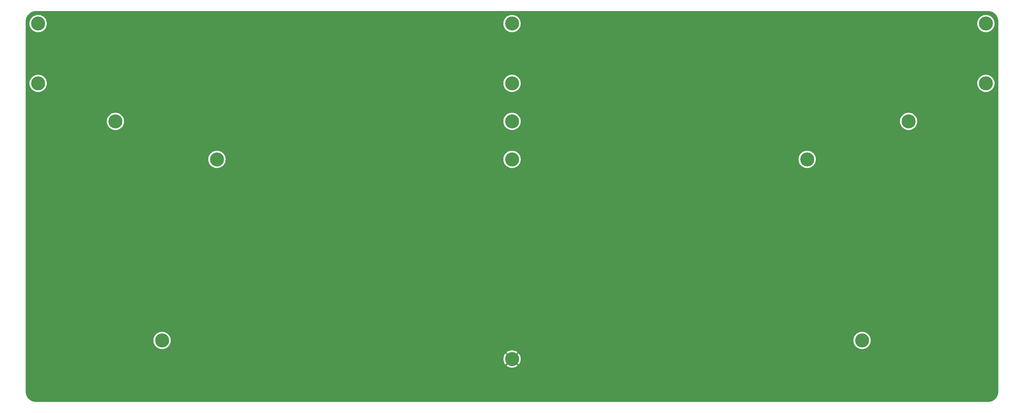
<source format=gbr>
%TF.GenerationSoftware,KiCad,Pcbnew,8.0.2*%
%TF.CreationDate,2025-01-03T00:09:21-05:00*%
%TF.ProjectId,discipline-pcb,64697363-6970-46c6-996e-652d7063622e,rev?*%
%TF.SameCoordinates,Original*%
%TF.FileFunction,Copper,L1,Top*%
%TF.FilePolarity,Positive*%
%FSLAX46Y46*%
G04 Gerber Fmt 4.6, Leading zero omitted, Abs format (unit mm)*
G04 Created by KiCad (PCBNEW 8.0.2) date 2025-01-03 00:09:21*
%MOMM*%
%LPD*%
G01*
G04 APERTURE LIST*
%TA.AperFunction,ComponentPad*%
%ADD10C,4.400000*%
%TD*%
%TA.AperFunction,ViaPad*%
%ADD11C,0.800000*%
%TD*%
G04 APERTURE END LIST*
D10*
X57766382Y-80444750D03*
X57766382Y-61694750D03*
X354660309Y-61694750D03*
X354660309Y-80444750D03*
X96565888Y-161146960D03*
X315860803Y-161146960D03*
X113754723Y-104302994D03*
X298671968Y-104302994D03*
X206213345Y-104302994D03*
X206213345Y-80444750D03*
X206213345Y-61694750D03*
X206213345Y-166958110D03*
X330453369Y-92373872D03*
X81973322Y-92373872D03*
X206213345Y-92373872D03*
D11*
X113753900Y-119024400D03*
%TA.AperFunction,Conductor*%
G36*
X355356552Y-57770422D02*
G01*
X355684447Y-57787602D01*
X355697558Y-57788979D01*
X355697769Y-57789013D01*
X356018614Y-57839826D01*
X356031516Y-57842568D01*
X356345492Y-57926693D01*
X356358024Y-57930765D01*
X356496205Y-57983806D01*
X356661498Y-58047254D01*
X356673547Y-58052619D01*
X356963167Y-58200184D01*
X356974588Y-58206778D01*
X357247202Y-58383812D01*
X357257855Y-58391550D01*
X357510482Y-58596121D01*
X357520283Y-58604946D01*
X357750128Y-58834788D01*
X357758953Y-58844589D01*
X357963515Y-59097200D01*
X357971267Y-59107870D01*
X358148300Y-59380474D01*
X358154895Y-59391896D01*
X358302467Y-59681521D01*
X358307831Y-59693570D01*
X358424318Y-59997028D01*
X358428394Y-60009571D01*
X358512523Y-60323545D01*
X358515265Y-60336445D01*
X358566115Y-60657499D01*
X358567493Y-60670616D01*
X358584636Y-60997724D01*
X358584809Y-61004318D01*
X358584809Y-177191869D01*
X358584636Y-177198462D01*
X358567455Y-177526352D01*
X358566077Y-177539469D01*
X358515230Y-177860521D01*
X358512488Y-177873421D01*
X358428361Y-178187398D01*
X358424285Y-178199942D01*
X358307804Y-178503391D01*
X358302440Y-178515439D01*
X358154873Y-178805058D01*
X358148279Y-178816480D01*
X357971241Y-179089096D01*
X357963488Y-179099766D01*
X357758937Y-179352366D01*
X357750112Y-179362168D01*
X357520266Y-179592013D01*
X357510465Y-179600838D01*
X357257852Y-179805399D01*
X357247182Y-179813151D01*
X356974573Y-179990184D01*
X356963151Y-179996778D01*
X356673538Y-180144340D01*
X356661489Y-180149705D01*
X356358022Y-180266191D01*
X356345479Y-180270266D01*
X356031510Y-180354391D01*
X356018609Y-180357133D01*
X355697560Y-180407978D01*
X355684444Y-180409356D01*
X355356360Y-180426546D01*
X355349767Y-180426719D01*
X57120737Y-180426719D01*
X57120477Y-180426678D01*
X57079663Y-180426715D01*
X57073070Y-180426548D01*
X56745164Y-180409664D01*
X56732046Y-180408298D01*
X56410942Y-180357742D01*
X56398039Y-180355011D01*
X56083997Y-180271172D01*
X56071450Y-180267108D01*
X55767886Y-180150899D01*
X55755837Y-180145548D01*
X55678695Y-180106330D01*
X55466078Y-179998241D01*
X55454650Y-179991657D01*
X55181878Y-179814870D01*
X55171201Y-179807127D01*
X54918413Y-179602803D01*
X54908604Y-179593987D01*
X54678549Y-179364350D01*
X54669719Y-179354563D01*
X54464917Y-179102121D01*
X54457173Y-179091482D01*
X54279874Y-178819004D01*
X54273280Y-178807606D01*
X54235142Y-178732923D01*
X54125442Y-178518105D01*
X54120083Y-178506100D01*
X54003306Y-178202702D01*
X53999227Y-178190183D01*
X53914813Y-177876273D01*
X53912065Y-177863403D01*
X53860925Y-177542379D01*
X53859536Y-177529268D01*
X53842061Y-177201448D01*
X53841882Y-177194741D01*
X53841882Y-166958108D01*
X203500395Y-166958108D01*
X203500395Y-166958111D01*
X203520174Y-167285117D01*
X203520175Y-167285120D01*
X203579225Y-167607348D01*
X203579227Y-167607357D01*
X203676693Y-167920134D01*
X203811148Y-168218882D01*
X203980627Y-168499235D01*
X203980630Y-168499240D01*
X204126637Y-168685605D01*
X204126638Y-168685606D01*
X205274673Y-167537570D01*
X205374312Y-167674712D01*
X205496743Y-167797143D01*
X205633883Y-167896780D01*
X204485847Y-169044815D01*
X204485848Y-169044816D01*
X204672214Y-169190824D01*
X204672219Y-169190827D01*
X204952572Y-169360306D01*
X205251320Y-169494761D01*
X205564097Y-169592227D01*
X205564106Y-169592229D01*
X205886334Y-169651279D01*
X205886337Y-169651280D01*
X206213344Y-169671060D01*
X206213346Y-169671060D01*
X206540352Y-169651280D01*
X206540355Y-169651279D01*
X206862583Y-169592229D01*
X206862592Y-169592227D01*
X207175369Y-169494761D01*
X207474117Y-169360306D01*
X207754472Y-169190826D01*
X207940840Y-169044815D01*
X207940841Y-169044815D01*
X206792806Y-167896780D01*
X206929947Y-167797143D01*
X207052378Y-167674712D01*
X207152015Y-167537571D01*
X208300050Y-168685606D01*
X208300050Y-168685605D01*
X208446061Y-168499237D01*
X208615541Y-168218882D01*
X208749996Y-167920134D01*
X208847462Y-167607357D01*
X208847464Y-167607348D01*
X208906514Y-167285120D01*
X208906515Y-167285117D01*
X208926295Y-166958111D01*
X208926295Y-166958108D01*
X208906515Y-166631102D01*
X208906514Y-166631099D01*
X208847464Y-166308871D01*
X208847462Y-166308862D01*
X208749996Y-165996085D01*
X208615541Y-165697337D01*
X208446062Y-165416984D01*
X208446059Y-165416979D01*
X208300051Y-165230613D01*
X208300050Y-165230612D01*
X207152014Y-166378647D01*
X207052378Y-166241508D01*
X206929947Y-166119077D01*
X206792806Y-166019439D01*
X207940841Y-164871403D01*
X207940840Y-164871402D01*
X207754475Y-164725395D01*
X207754470Y-164725392D01*
X207474117Y-164555913D01*
X207175369Y-164421458D01*
X206862592Y-164323992D01*
X206862583Y-164323990D01*
X206540355Y-164264940D01*
X206540352Y-164264939D01*
X206213346Y-164245160D01*
X206213344Y-164245160D01*
X205886337Y-164264939D01*
X205886334Y-164264940D01*
X205564106Y-164323990D01*
X205564097Y-164323992D01*
X205251320Y-164421458D01*
X204952572Y-164555913D01*
X204672222Y-164725390D01*
X204485847Y-164871403D01*
X205633883Y-166019439D01*
X205496743Y-166119077D01*
X205374312Y-166241508D01*
X205274674Y-166378648D01*
X204126638Y-165230612D01*
X203980625Y-165416987D01*
X203811148Y-165697337D01*
X203676693Y-165996085D01*
X203579227Y-166308862D01*
X203579225Y-166308871D01*
X203520175Y-166631099D01*
X203520174Y-166631102D01*
X203500395Y-166958108D01*
X53841882Y-166958108D01*
X53841882Y-161146958D01*
X93852437Y-161146958D01*
X93852437Y-161146961D01*
X93872220Y-161474027D01*
X93872221Y-161474030D01*
X93931284Y-161796330D01*
X94028768Y-162109167D01*
X94163244Y-162407963D01*
X94332759Y-162688372D01*
X94534842Y-162946312D01*
X94534847Y-162946318D01*
X94766529Y-163178000D01*
X94766535Y-163178005D01*
X94766537Y-163178007D01*
X95024472Y-163380086D01*
X95024475Y-163380088D01*
X95304884Y-163549603D01*
X95603680Y-163684079D01*
X95603681Y-163684079D01*
X95603685Y-163684081D01*
X95916517Y-163781563D01*
X96238818Y-163840627D01*
X96456864Y-163853816D01*
X96565887Y-163860411D01*
X96565888Y-163860411D01*
X96565889Y-163860411D01*
X96647655Y-163855465D01*
X96892958Y-163840627D01*
X97215259Y-163781563D01*
X97528091Y-163684081D01*
X97607707Y-163648248D01*
X97826891Y-163549603D01*
X97963196Y-163467202D01*
X98107304Y-163380086D01*
X98365239Y-163178007D01*
X98596935Y-162946311D01*
X98799014Y-162688376D01*
X98968530Y-162407964D01*
X98968531Y-162407963D01*
X99103007Y-162109167D01*
X99103009Y-162109163D01*
X99200491Y-161796331D01*
X99259555Y-161474030D01*
X99279339Y-161146960D01*
X99279339Y-161146958D01*
X313147352Y-161146958D01*
X313147352Y-161146961D01*
X313167135Y-161474027D01*
X313167136Y-161474030D01*
X313226199Y-161796330D01*
X313323683Y-162109167D01*
X313458159Y-162407963D01*
X313627674Y-162688372D01*
X313829757Y-162946312D01*
X313829762Y-162946318D01*
X314061444Y-163178000D01*
X314061450Y-163178005D01*
X314061452Y-163178007D01*
X314319387Y-163380086D01*
X314319390Y-163380088D01*
X314599799Y-163549603D01*
X314898595Y-163684079D01*
X314898596Y-163684079D01*
X314898600Y-163684081D01*
X315211432Y-163781563D01*
X315533733Y-163840627D01*
X315751779Y-163853816D01*
X315860802Y-163860411D01*
X315860803Y-163860411D01*
X315860804Y-163860411D01*
X315942570Y-163855465D01*
X316187873Y-163840627D01*
X316510174Y-163781563D01*
X316823006Y-163684081D01*
X316902622Y-163648248D01*
X317121806Y-163549603D01*
X317258111Y-163467202D01*
X317402219Y-163380086D01*
X317660154Y-163178007D01*
X317891850Y-162946311D01*
X318093929Y-162688376D01*
X318263445Y-162407964D01*
X318263446Y-162407963D01*
X318397922Y-162109167D01*
X318397924Y-162109163D01*
X318495406Y-161796331D01*
X318554470Y-161474030D01*
X318574254Y-161146960D01*
X318554470Y-160819890D01*
X318495406Y-160497589D01*
X318397924Y-160184757D01*
X318397922Y-160184752D01*
X318263446Y-159885956D01*
X318093931Y-159605547D01*
X317891848Y-159347607D01*
X317891843Y-159347601D01*
X317660161Y-159115919D01*
X317660155Y-159115914D01*
X317402215Y-158913831D01*
X317121806Y-158744316D01*
X316823010Y-158609840D01*
X316510173Y-158512356D01*
X316187873Y-158453293D01*
X316187870Y-158453292D01*
X315860804Y-158433509D01*
X315860802Y-158433509D01*
X315533735Y-158453292D01*
X315533732Y-158453293D01*
X315211432Y-158512356D01*
X314898595Y-158609840D01*
X314599799Y-158744316D01*
X314319390Y-158913831D01*
X314061450Y-159115914D01*
X314061444Y-159115919D01*
X313829762Y-159347601D01*
X313829757Y-159347607D01*
X313627674Y-159605547D01*
X313458159Y-159885956D01*
X313323683Y-160184752D01*
X313226199Y-160497589D01*
X313167136Y-160819889D01*
X313167135Y-160819892D01*
X313147352Y-161146958D01*
X99279339Y-161146958D01*
X99259555Y-160819890D01*
X99200491Y-160497589D01*
X99103009Y-160184757D01*
X99103007Y-160184752D01*
X98968531Y-159885956D01*
X98799016Y-159605547D01*
X98596933Y-159347607D01*
X98596928Y-159347601D01*
X98365246Y-159115919D01*
X98365240Y-159115914D01*
X98107300Y-158913831D01*
X97826891Y-158744316D01*
X97528095Y-158609840D01*
X97215258Y-158512356D01*
X96892958Y-158453293D01*
X96892955Y-158453292D01*
X96565889Y-158433509D01*
X96565887Y-158433509D01*
X96238820Y-158453292D01*
X96238817Y-158453293D01*
X95916517Y-158512356D01*
X95603680Y-158609840D01*
X95304884Y-158744316D01*
X95024475Y-158913831D01*
X94766535Y-159115914D01*
X94766529Y-159115919D01*
X94534847Y-159347601D01*
X94534842Y-159347607D01*
X94332759Y-159605547D01*
X94163244Y-159885956D01*
X94028768Y-160184752D01*
X93931284Y-160497589D01*
X93872221Y-160819889D01*
X93872220Y-160819892D01*
X93852437Y-161146958D01*
X53841882Y-161146958D01*
X53841882Y-104302992D01*
X111041272Y-104302992D01*
X111041272Y-104302995D01*
X111061055Y-104630061D01*
X111061056Y-104630064D01*
X111120119Y-104952364D01*
X111217603Y-105265201D01*
X111352079Y-105563997D01*
X111521594Y-105844406D01*
X111723677Y-106102346D01*
X111723682Y-106102352D01*
X111955364Y-106334034D01*
X111955370Y-106334039D01*
X111955372Y-106334041D01*
X112213307Y-106536120D01*
X112213310Y-106536122D01*
X112493719Y-106705637D01*
X112792515Y-106840113D01*
X112792516Y-106840113D01*
X112792520Y-106840115D01*
X113105352Y-106937597D01*
X113427653Y-106996661D01*
X113645699Y-107009850D01*
X113754722Y-107016445D01*
X113754723Y-107016445D01*
X113754724Y-107016445D01*
X113836490Y-107011499D01*
X114081793Y-106996661D01*
X114404094Y-106937597D01*
X114716926Y-106840115D01*
X114796542Y-106804282D01*
X115015726Y-106705637D01*
X115152031Y-106623236D01*
X115296139Y-106536120D01*
X115554074Y-106334041D01*
X115785770Y-106102345D01*
X115987849Y-105844410D01*
X116157365Y-105563998D01*
X116157366Y-105563997D01*
X116291842Y-105265201D01*
X116291844Y-105265197D01*
X116389326Y-104952365D01*
X116448390Y-104630064D01*
X116468174Y-104302994D01*
X116468174Y-104302992D01*
X203499894Y-104302992D01*
X203499894Y-104302995D01*
X203519677Y-104630061D01*
X203519678Y-104630064D01*
X203578741Y-104952364D01*
X203676225Y-105265201D01*
X203810701Y-105563997D01*
X203980216Y-105844406D01*
X204182299Y-106102346D01*
X204182304Y-106102352D01*
X204413986Y-106334034D01*
X204413992Y-106334039D01*
X204413994Y-106334041D01*
X204671929Y-106536120D01*
X204671932Y-106536122D01*
X204952341Y-106705637D01*
X205251137Y-106840113D01*
X205251138Y-106840113D01*
X205251142Y-106840115D01*
X205563974Y-106937597D01*
X205886275Y-106996661D01*
X206104321Y-107009850D01*
X206213344Y-107016445D01*
X206213345Y-107016445D01*
X206213346Y-107016445D01*
X206295112Y-107011499D01*
X206540415Y-106996661D01*
X206862716Y-106937597D01*
X207175548Y-106840115D01*
X207255164Y-106804282D01*
X207474348Y-106705637D01*
X207610653Y-106623236D01*
X207754761Y-106536120D01*
X208012696Y-106334041D01*
X208244392Y-106102345D01*
X208446471Y-105844410D01*
X208615987Y-105563998D01*
X208615988Y-105563997D01*
X208750464Y-105265201D01*
X208750466Y-105265197D01*
X208847948Y-104952365D01*
X208907012Y-104630064D01*
X208926796Y-104302994D01*
X208926796Y-104302992D01*
X295958517Y-104302992D01*
X295958517Y-104302995D01*
X295978300Y-104630061D01*
X295978301Y-104630064D01*
X296037364Y-104952364D01*
X296134848Y-105265201D01*
X296269324Y-105563997D01*
X296438839Y-105844406D01*
X296640922Y-106102346D01*
X296640927Y-106102352D01*
X296872609Y-106334034D01*
X296872615Y-106334039D01*
X296872617Y-106334041D01*
X297130552Y-106536120D01*
X297130555Y-106536122D01*
X297410964Y-106705637D01*
X297709760Y-106840113D01*
X297709761Y-106840113D01*
X297709765Y-106840115D01*
X298022597Y-106937597D01*
X298344898Y-106996661D01*
X298562944Y-107009850D01*
X298671967Y-107016445D01*
X298671968Y-107016445D01*
X298671969Y-107016445D01*
X298753735Y-107011499D01*
X298999038Y-106996661D01*
X299321339Y-106937597D01*
X299634171Y-106840115D01*
X299713787Y-106804282D01*
X299932971Y-106705637D01*
X300069276Y-106623236D01*
X300213384Y-106536120D01*
X300471319Y-106334041D01*
X300703015Y-106102345D01*
X300905094Y-105844410D01*
X301074610Y-105563998D01*
X301074611Y-105563997D01*
X301209087Y-105265201D01*
X301209089Y-105265197D01*
X301306571Y-104952365D01*
X301365635Y-104630064D01*
X301385419Y-104302994D01*
X301365635Y-103975924D01*
X301306571Y-103653623D01*
X301209089Y-103340791D01*
X301209087Y-103340786D01*
X301074611Y-103041990D01*
X300905096Y-102761581D01*
X300703013Y-102503641D01*
X300703008Y-102503635D01*
X300471326Y-102271953D01*
X300471320Y-102271948D01*
X300213380Y-102069865D01*
X299932971Y-101900350D01*
X299634175Y-101765874D01*
X299321338Y-101668390D01*
X298999038Y-101609327D01*
X298999035Y-101609326D01*
X298671969Y-101589543D01*
X298671967Y-101589543D01*
X298344900Y-101609326D01*
X298344897Y-101609327D01*
X298022597Y-101668390D01*
X297709760Y-101765874D01*
X297410964Y-101900350D01*
X297130555Y-102069865D01*
X296872615Y-102271948D01*
X296872609Y-102271953D01*
X296640927Y-102503635D01*
X296640922Y-102503641D01*
X296438839Y-102761581D01*
X296269324Y-103041990D01*
X296134848Y-103340786D01*
X296037364Y-103653623D01*
X295978301Y-103975923D01*
X295978300Y-103975926D01*
X295958517Y-104302992D01*
X208926796Y-104302992D01*
X208907012Y-103975924D01*
X208847948Y-103653623D01*
X208750466Y-103340791D01*
X208750464Y-103340786D01*
X208615988Y-103041990D01*
X208446473Y-102761581D01*
X208244390Y-102503641D01*
X208244385Y-102503635D01*
X208012703Y-102271953D01*
X208012697Y-102271948D01*
X207754757Y-102069865D01*
X207474348Y-101900350D01*
X207175552Y-101765874D01*
X206862715Y-101668390D01*
X206540415Y-101609327D01*
X206540412Y-101609326D01*
X206213346Y-101589543D01*
X206213344Y-101589543D01*
X205886277Y-101609326D01*
X205886274Y-101609327D01*
X205563974Y-101668390D01*
X205251137Y-101765874D01*
X204952341Y-101900350D01*
X204671932Y-102069865D01*
X204413992Y-102271948D01*
X204413986Y-102271953D01*
X204182304Y-102503635D01*
X204182299Y-102503641D01*
X203980216Y-102761581D01*
X203810701Y-103041990D01*
X203676225Y-103340786D01*
X203578741Y-103653623D01*
X203519678Y-103975923D01*
X203519677Y-103975926D01*
X203499894Y-104302992D01*
X116468174Y-104302992D01*
X116448390Y-103975924D01*
X116389326Y-103653623D01*
X116291844Y-103340791D01*
X116291842Y-103340786D01*
X116157366Y-103041990D01*
X115987851Y-102761581D01*
X115785768Y-102503641D01*
X115785763Y-102503635D01*
X115554081Y-102271953D01*
X115554075Y-102271948D01*
X115296135Y-102069865D01*
X115015726Y-101900350D01*
X114716930Y-101765874D01*
X114404093Y-101668390D01*
X114081793Y-101609327D01*
X114081790Y-101609326D01*
X113754724Y-101589543D01*
X113754722Y-101589543D01*
X113427655Y-101609326D01*
X113427652Y-101609327D01*
X113105352Y-101668390D01*
X112792515Y-101765874D01*
X112493719Y-101900350D01*
X112213310Y-102069865D01*
X111955370Y-102271948D01*
X111955364Y-102271953D01*
X111723682Y-102503635D01*
X111723677Y-102503641D01*
X111521594Y-102761581D01*
X111352079Y-103041990D01*
X111217603Y-103340786D01*
X111120119Y-103653623D01*
X111061056Y-103975923D01*
X111061055Y-103975926D01*
X111041272Y-104302992D01*
X53841882Y-104302992D01*
X53841882Y-92373870D01*
X79259871Y-92373870D01*
X79259871Y-92373873D01*
X79279654Y-92700939D01*
X79279655Y-92700942D01*
X79338718Y-93023242D01*
X79436202Y-93336079D01*
X79570678Y-93634875D01*
X79740193Y-93915284D01*
X79942276Y-94173224D01*
X79942281Y-94173230D01*
X80173963Y-94404912D01*
X80173969Y-94404917D01*
X80173971Y-94404919D01*
X80431906Y-94606998D01*
X80431909Y-94607000D01*
X80712318Y-94776515D01*
X81011114Y-94910991D01*
X81011115Y-94910991D01*
X81011119Y-94910993D01*
X81323951Y-95008475D01*
X81646252Y-95067539D01*
X81864298Y-95080728D01*
X81973321Y-95087323D01*
X81973322Y-95087323D01*
X81973323Y-95087323D01*
X82055089Y-95082377D01*
X82300392Y-95067539D01*
X82622693Y-95008475D01*
X82935525Y-94910993D01*
X83015141Y-94875160D01*
X83234325Y-94776515D01*
X83370630Y-94694114D01*
X83514738Y-94606998D01*
X83772673Y-94404919D01*
X84004369Y-94173223D01*
X84206448Y-93915288D01*
X84375964Y-93634876D01*
X84375965Y-93634875D01*
X84510441Y-93336079D01*
X84510443Y-93336075D01*
X84607925Y-93023243D01*
X84666989Y-92700942D01*
X84686773Y-92373872D01*
X84686773Y-92373870D01*
X203499894Y-92373870D01*
X203499894Y-92373873D01*
X203519677Y-92700939D01*
X203519678Y-92700942D01*
X203578741Y-93023242D01*
X203676225Y-93336079D01*
X203810701Y-93634875D01*
X203980216Y-93915284D01*
X204182299Y-94173224D01*
X204182304Y-94173230D01*
X204413986Y-94404912D01*
X204413992Y-94404917D01*
X204413994Y-94404919D01*
X204671929Y-94606998D01*
X204671932Y-94607000D01*
X204952341Y-94776515D01*
X205251137Y-94910991D01*
X205251138Y-94910991D01*
X205251142Y-94910993D01*
X205563974Y-95008475D01*
X205886275Y-95067539D01*
X206104321Y-95080728D01*
X206213344Y-95087323D01*
X206213345Y-95087323D01*
X206213346Y-95087323D01*
X206295112Y-95082377D01*
X206540415Y-95067539D01*
X206862716Y-95008475D01*
X207175548Y-94910993D01*
X207255164Y-94875160D01*
X207474348Y-94776515D01*
X207610653Y-94694114D01*
X207754761Y-94606998D01*
X208012696Y-94404919D01*
X208244392Y-94173223D01*
X208446471Y-93915288D01*
X208615987Y-93634876D01*
X208615988Y-93634875D01*
X208750464Y-93336079D01*
X208750466Y-93336075D01*
X208847948Y-93023243D01*
X208907012Y-92700942D01*
X208926796Y-92373872D01*
X208926796Y-92373870D01*
X327739918Y-92373870D01*
X327739918Y-92373873D01*
X327759701Y-92700939D01*
X327759702Y-92700942D01*
X327818765Y-93023242D01*
X327916249Y-93336079D01*
X328050725Y-93634875D01*
X328220240Y-93915284D01*
X328422323Y-94173224D01*
X328422328Y-94173230D01*
X328654010Y-94404912D01*
X328654016Y-94404917D01*
X328654018Y-94404919D01*
X328911953Y-94606998D01*
X328911956Y-94607000D01*
X329192365Y-94776515D01*
X329491161Y-94910991D01*
X329491162Y-94910991D01*
X329491166Y-94910993D01*
X329803998Y-95008475D01*
X330126299Y-95067539D01*
X330344345Y-95080728D01*
X330453368Y-95087323D01*
X330453369Y-95087323D01*
X330453370Y-95087323D01*
X330535136Y-95082377D01*
X330780439Y-95067539D01*
X331102740Y-95008475D01*
X331415572Y-94910993D01*
X331495188Y-94875160D01*
X331714372Y-94776515D01*
X331850677Y-94694114D01*
X331994785Y-94606998D01*
X332252720Y-94404919D01*
X332484416Y-94173223D01*
X332686495Y-93915288D01*
X332856011Y-93634876D01*
X332856012Y-93634875D01*
X332990488Y-93336079D01*
X332990490Y-93336075D01*
X333087972Y-93023243D01*
X333147036Y-92700942D01*
X333166820Y-92373872D01*
X333147036Y-92046802D01*
X333087972Y-91724501D01*
X332990490Y-91411669D01*
X332990488Y-91411664D01*
X332856012Y-91112868D01*
X332686497Y-90832459D01*
X332484414Y-90574519D01*
X332484409Y-90574513D01*
X332252727Y-90342831D01*
X332252721Y-90342826D01*
X331994781Y-90140743D01*
X331714372Y-89971228D01*
X331415576Y-89836752D01*
X331102739Y-89739268D01*
X330780439Y-89680205D01*
X330780436Y-89680204D01*
X330453370Y-89660421D01*
X330453368Y-89660421D01*
X330126301Y-89680204D01*
X330126298Y-89680205D01*
X329803998Y-89739268D01*
X329491161Y-89836752D01*
X329192365Y-89971228D01*
X328911956Y-90140743D01*
X328654016Y-90342826D01*
X328654010Y-90342831D01*
X328422328Y-90574513D01*
X328422323Y-90574519D01*
X328220240Y-90832459D01*
X328050725Y-91112868D01*
X327916249Y-91411664D01*
X327818765Y-91724501D01*
X327759702Y-92046801D01*
X327759701Y-92046804D01*
X327739918Y-92373870D01*
X208926796Y-92373870D01*
X208907012Y-92046802D01*
X208847948Y-91724501D01*
X208750466Y-91411669D01*
X208750464Y-91411664D01*
X208615988Y-91112868D01*
X208446473Y-90832459D01*
X208244390Y-90574519D01*
X208244385Y-90574513D01*
X208012703Y-90342831D01*
X208012697Y-90342826D01*
X207754757Y-90140743D01*
X207474348Y-89971228D01*
X207175552Y-89836752D01*
X206862715Y-89739268D01*
X206540415Y-89680205D01*
X206540412Y-89680204D01*
X206213346Y-89660421D01*
X206213344Y-89660421D01*
X205886277Y-89680204D01*
X205886274Y-89680205D01*
X205563974Y-89739268D01*
X205251137Y-89836752D01*
X204952341Y-89971228D01*
X204671932Y-90140743D01*
X204413992Y-90342826D01*
X204413986Y-90342831D01*
X204182304Y-90574513D01*
X204182299Y-90574519D01*
X203980216Y-90832459D01*
X203810701Y-91112868D01*
X203676225Y-91411664D01*
X203578741Y-91724501D01*
X203519678Y-92046801D01*
X203519677Y-92046804D01*
X203499894Y-92373870D01*
X84686773Y-92373870D01*
X84666989Y-92046802D01*
X84607925Y-91724501D01*
X84510443Y-91411669D01*
X84510441Y-91411664D01*
X84375965Y-91112868D01*
X84206450Y-90832459D01*
X84004367Y-90574519D01*
X84004362Y-90574513D01*
X83772680Y-90342831D01*
X83772674Y-90342826D01*
X83514734Y-90140743D01*
X83234325Y-89971228D01*
X82935529Y-89836752D01*
X82622692Y-89739268D01*
X82300392Y-89680205D01*
X82300389Y-89680204D01*
X81973323Y-89660421D01*
X81973321Y-89660421D01*
X81646254Y-89680204D01*
X81646251Y-89680205D01*
X81323951Y-89739268D01*
X81011114Y-89836752D01*
X80712318Y-89971228D01*
X80431909Y-90140743D01*
X80173969Y-90342826D01*
X80173963Y-90342831D01*
X79942281Y-90574513D01*
X79942276Y-90574519D01*
X79740193Y-90832459D01*
X79570678Y-91112868D01*
X79436202Y-91411664D01*
X79338718Y-91724501D01*
X79279655Y-92046801D01*
X79279654Y-92046804D01*
X79259871Y-92373870D01*
X53841882Y-92373870D01*
X53841882Y-80444748D01*
X55052931Y-80444748D01*
X55052931Y-80444751D01*
X55072714Y-80771817D01*
X55072715Y-80771820D01*
X55131778Y-81094120D01*
X55229262Y-81406957D01*
X55363738Y-81705753D01*
X55533253Y-81986162D01*
X55735336Y-82244102D01*
X55735341Y-82244108D01*
X55967023Y-82475790D01*
X55967029Y-82475795D01*
X55967031Y-82475797D01*
X56224966Y-82677876D01*
X56224969Y-82677878D01*
X56505378Y-82847393D01*
X56804174Y-82981869D01*
X56804175Y-82981869D01*
X56804179Y-82981871D01*
X57117011Y-83079353D01*
X57439312Y-83138417D01*
X57657358Y-83151606D01*
X57766381Y-83158201D01*
X57766382Y-83158201D01*
X57766383Y-83158201D01*
X57848149Y-83153255D01*
X58093452Y-83138417D01*
X58415753Y-83079353D01*
X58728585Y-82981871D01*
X58808201Y-82946038D01*
X59027385Y-82847393D01*
X59163690Y-82764992D01*
X59307798Y-82677876D01*
X59565733Y-82475797D01*
X59797429Y-82244101D01*
X59999508Y-81986166D01*
X60169024Y-81705754D01*
X60169025Y-81705753D01*
X60303501Y-81406957D01*
X60303503Y-81406953D01*
X60400985Y-81094121D01*
X60460049Y-80771820D01*
X60479833Y-80444750D01*
X60479833Y-80444748D01*
X203499894Y-80444748D01*
X203499894Y-80444751D01*
X203519677Y-80771817D01*
X203519678Y-80771820D01*
X203578741Y-81094120D01*
X203676225Y-81406957D01*
X203810701Y-81705753D01*
X203980216Y-81986162D01*
X204182299Y-82244102D01*
X204182304Y-82244108D01*
X204413986Y-82475790D01*
X204413992Y-82475795D01*
X204413994Y-82475797D01*
X204671929Y-82677876D01*
X204671932Y-82677878D01*
X204952341Y-82847393D01*
X205251137Y-82981869D01*
X205251138Y-82981869D01*
X205251142Y-82981871D01*
X205563974Y-83079353D01*
X205886275Y-83138417D01*
X206104321Y-83151606D01*
X206213344Y-83158201D01*
X206213345Y-83158201D01*
X206213346Y-83158201D01*
X206295112Y-83153255D01*
X206540415Y-83138417D01*
X206862716Y-83079353D01*
X207175548Y-82981871D01*
X207255164Y-82946038D01*
X207474348Y-82847393D01*
X207610653Y-82764992D01*
X207754761Y-82677876D01*
X208012696Y-82475797D01*
X208244392Y-82244101D01*
X208446471Y-81986166D01*
X208615987Y-81705754D01*
X208615988Y-81705753D01*
X208750464Y-81406957D01*
X208750466Y-81406953D01*
X208847948Y-81094121D01*
X208907012Y-80771820D01*
X208926796Y-80444750D01*
X208926796Y-80444748D01*
X351946858Y-80444748D01*
X351946858Y-80444751D01*
X351966641Y-80771817D01*
X351966642Y-80771820D01*
X352025705Y-81094120D01*
X352123189Y-81406957D01*
X352257665Y-81705753D01*
X352427180Y-81986162D01*
X352629263Y-82244102D01*
X352629268Y-82244108D01*
X352860950Y-82475790D01*
X352860956Y-82475795D01*
X352860958Y-82475797D01*
X353118893Y-82677876D01*
X353118896Y-82677878D01*
X353399305Y-82847393D01*
X353698101Y-82981869D01*
X353698102Y-82981869D01*
X353698106Y-82981871D01*
X354010938Y-83079353D01*
X354333239Y-83138417D01*
X354551285Y-83151606D01*
X354660308Y-83158201D01*
X354660309Y-83158201D01*
X354660310Y-83158201D01*
X354742076Y-83153255D01*
X354987379Y-83138417D01*
X355309680Y-83079353D01*
X355622512Y-82981871D01*
X355702128Y-82946038D01*
X355921312Y-82847393D01*
X356057617Y-82764992D01*
X356201725Y-82677876D01*
X356459660Y-82475797D01*
X356691356Y-82244101D01*
X356893435Y-81986166D01*
X357062951Y-81705754D01*
X357062952Y-81705753D01*
X357197428Y-81406957D01*
X357197430Y-81406953D01*
X357294912Y-81094121D01*
X357353976Y-80771820D01*
X357373760Y-80444750D01*
X357353976Y-80117680D01*
X357294912Y-79795379D01*
X357197430Y-79482547D01*
X357197428Y-79482542D01*
X357062952Y-79183746D01*
X356893437Y-78903337D01*
X356691354Y-78645397D01*
X356691349Y-78645391D01*
X356459667Y-78413709D01*
X356459661Y-78413704D01*
X356201721Y-78211621D01*
X355921312Y-78042106D01*
X355622516Y-77907630D01*
X355309679Y-77810146D01*
X354987379Y-77751083D01*
X354987376Y-77751082D01*
X354660310Y-77731299D01*
X354660308Y-77731299D01*
X354333241Y-77751082D01*
X354333238Y-77751083D01*
X354010938Y-77810146D01*
X353698101Y-77907630D01*
X353399305Y-78042106D01*
X353118896Y-78211621D01*
X352860956Y-78413704D01*
X352860950Y-78413709D01*
X352629268Y-78645391D01*
X352629263Y-78645397D01*
X352427180Y-78903337D01*
X352257665Y-79183746D01*
X352123189Y-79482542D01*
X352025705Y-79795379D01*
X351966642Y-80117679D01*
X351966641Y-80117682D01*
X351946858Y-80444748D01*
X208926796Y-80444748D01*
X208907012Y-80117680D01*
X208847948Y-79795379D01*
X208750466Y-79482547D01*
X208750464Y-79482542D01*
X208615988Y-79183746D01*
X208446473Y-78903337D01*
X208244390Y-78645397D01*
X208244385Y-78645391D01*
X208012703Y-78413709D01*
X208012697Y-78413704D01*
X207754757Y-78211621D01*
X207474348Y-78042106D01*
X207175552Y-77907630D01*
X206862715Y-77810146D01*
X206540415Y-77751083D01*
X206540412Y-77751082D01*
X206213346Y-77731299D01*
X206213344Y-77731299D01*
X205886277Y-77751082D01*
X205886274Y-77751083D01*
X205563974Y-77810146D01*
X205251137Y-77907630D01*
X204952341Y-78042106D01*
X204671932Y-78211621D01*
X204413992Y-78413704D01*
X204413986Y-78413709D01*
X204182304Y-78645391D01*
X204182299Y-78645397D01*
X203980216Y-78903337D01*
X203810701Y-79183746D01*
X203676225Y-79482542D01*
X203578741Y-79795379D01*
X203519678Y-80117679D01*
X203519677Y-80117682D01*
X203499894Y-80444748D01*
X60479833Y-80444748D01*
X60460049Y-80117680D01*
X60400985Y-79795379D01*
X60303503Y-79482547D01*
X60303501Y-79482542D01*
X60169025Y-79183746D01*
X59999510Y-78903337D01*
X59797427Y-78645397D01*
X59797422Y-78645391D01*
X59565740Y-78413709D01*
X59565734Y-78413704D01*
X59307794Y-78211621D01*
X59027385Y-78042106D01*
X58728589Y-77907630D01*
X58415752Y-77810146D01*
X58093452Y-77751083D01*
X58093449Y-77751082D01*
X57766383Y-77731299D01*
X57766381Y-77731299D01*
X57439314Y-77751082D01*
X57439311Y-77751083D01*
X57117011Y-77810146D01*
X56804174Y-77907630D01*
X56505378Y-78042106D01*
X56224969Y-78211621D01*
X55967029Y-78413704D01*
X55967023Y-78413709D01*
X55735341Y-78645391D01*
X55735336Y-78645397D01*
X55533253Y-78903337D01*
X55363738Y-79183746D01*
X55229262Y-79482542D01*
X55131778Y-79795379D01*
X55072715Y-80117679D01*
X55072714Y-80117682D01*
X55052931Y-80444748D01*
X53841882Y-80444748D01*
X53841882Y-61694748D01*
X55052931Y-61694748D01*
X55052931Y-61694751D01*
X55072714Y-62021817D01*
X55072715Y-62021820D01*
X55131778Y-62344120D01*
X55229262Y-62656957D01*
X55363738Y-62955753D01*
X55533253Y-63236162D01*
X55735336Y-63494102D01*
X55735341Y-63494108D01*
X55967023Y-63725790D01*
X55967029Y-63725795D01*
X55967031Y-63725797D01*
X56224966Y-63927876D01*
X56224969Y-63927878D01*
X56505378Y-64097393D01*
X56804174Y-64231869D01*
X56804175Y-64231869D01*
X56804179Y-64231871D01*
X57117011Y-64329353D01*
X57439312Y-64388417D01*
X57657358Y-64401606D01*
X57766381Y-64408201D01*
X57766382Y-64408201D01*
X57766383Y-64408201D01*
X57848149Y-64403255D01*
X58093452Y-64388417D01*
X58415753Y-64329353D01*
X58728585Y-64231871D01*
X58808201Y-64196038D01*
X59027385Y-64097393D01*
X59163690Y-64014992D01*
X59307798Y-63927876D01*
X59565733Y-63725797D01*
X59797429Y-63494101D01*
X59999508Y-63236166D01*
X60169024Y-62955754D01*
X60169025Y-62955753D01*
X60303501Y-62656957D01*
X60303503Y-62656953D01*
X60400985Y-62344121D01*
X60460049Y-62021820D01*
X60479833Y-61694750D01*
X60479833Y-61694748D01*
X203499894Y-61694748D01*
X203499894Y-61694751D01*
X203519677Y-62021817D01*
X203519678Y-62021820D01*
X203578741Y-62344120D01*
X203676225Y-62656957D01*
X203810701Y-62955753D01*
X203980216Y-63236162D01*
X204182299Y-63494102D01*
X204182304Y-63494108D01*
X204413986Y-63725790D01*
X204413992Y-63725795D01*
X204413994Y-63725797D01*
X204671929Y-63927876D01*
X204671932Y-63927878D01*
X204952341Y-64097393D01*
X205251137Y-64231869D01*
X205251138Y-64231869D01*
X205251142Y-64231871D01*
X205563974Y-64329353D01*
X205886275Y-64388417D01*
X206104321Y-64401606D01*
X206213344Y-64408201D01*
X206213345Y-64408201D01*
X206213346Y-64408201D01*
X206295112Y-64403255D01*
X206540415Y-64388417D01*
X206862716Y-64329353D01*
X207175548Y-64231871D01*
X207255164Y-64196038D01*
X207474348Y-64097393D01*
X207610653Y-64014992D01*
X207754761Y-63927876D01*
X208012696Y-63725797D01*
X208244392Y-63494101D01*
X208446471Y-63236166D01*
X208615987Y-62955754D01*
X208615988Y-62955753D01*
X208750464Y-62656957D01*
X208750466Y-62656953D01*
X208847948Y-62344121D01*
X208907012Y-62021820D01*
X208926796Y-61694750D01*
X208926796Y-61694748D01*
X351946858Y-61694748D01*
X351946858Y-61694751D01*
X351966641Y-62021817D01*
X351966642Y-62021820D01*
X352025705Y-62344120D01*
X352123189Y-62656957D01*
X352257665Y-62955753D01*
X352427180Y-63236162D01*
X352629263Y-63494102D01*
X352629268Y-63494108D01*
X352860950Y-63725790D01*
X352860956Y-63725795D01*
X352860958Y-63725797D01*
X353118893Y-63927876D01*
X353118896Y-63927878D01*
X353399305Y-64097393D01*
X353698101Y-64231869D01*
X353698102Y-64231869D01*
X353698106Y-64231871D01*
X354010938Y-64329353D01*
X354333239Y-64388417D01*
X354551285Y-64401606D01*
X354660308Y-64408201D01*
X354660309Y-64408201D01*
X354660310Y-64408201D01*
X354742076Y-64403255D01*
X354987379Y-64388417D01*
X355309680Y-64329353D01*
X355622512Y-64231871D01*
X355702128Y-64196038D01*
X355921312Y-64097393D01*
X356057617Y-64014992D01*
X356201725Y-63927876D01*
X356459660Y-63725797D01*
X356691356Y-63494101D01*
X356893435Y-63236166D01*
X357062951Y-62955754D01*
X357062952Y-62955753D01*
X357197428Y-62656957D01*
X357197430Y-62656953D01*
X357294912Y-62344121D01*
X357353976Y-62021820D01*
X357373760Y-61694750D01*
X357353976Y-61367680D01*
X357294912Y-61045379D01*
X357197430Y-60732547D01*
X357169559Y-60670620D01*
X357062952Y-60433746D01*
X356893437Y-60153337D01*
X356893435Y-60153334D01*
X356691356Y-59895399D01*
X356691354Y-59895397D01*
X356691349Y-59895391D01*
X356459667Y-59663709D01*
X356459661Y-59663704D01*
X356204807Y-59464039D01*
X356201725Y-59461624D01*
X356201724Y-59461623D01*
X356201721Y-59461621D01*
X355921312Y-59292106D01*
X355622516Y-59157630D01*
X355309679Y-59060146D01*
X354987379Y-59001083D01*
X354987376Y-59001082D01*
X354660310Y-58981299D01*
X354660308Y-58981299D01*
X354333241Y-59001082D01*
X354333238Y-59001083D01*
X354010938Y-59060146D01*
X353698101Y-59157630D01*
X353399305Y-59292106D01*
X353118896Y-59461621D01*
X352860956Y-59663704D01*
X352860950Y-59663709D01*
X352629268Y-59895391D01*
X352629263Y-59895397D01*
X352427180Y-60153337D01*
X352257665Y-60433746D01*
X352123189Y-60732542D01*
X352025705Y-61045379D01*
X351966642Y-61367679D01*
X351966641Y-61367682D01*
X351946858Y-61694748D01*
X208926796Y-61694748D01*
X208907012Y-61367680D01*
X208847948Y-61045379D01*
X208750466Y-60732547D01*
X208722595Y-60670620D01*
X208615988Y-60433746D01*
X208446473Y-60153337D01*
X208446471Y-60153334D01*
X208244392Y-59895399D01*
X208244390Y-59895397D01*
X208244385Y-59895391D01*
X208012703Y-59663709D01*
X208012697Y-59663704D01*
X207757843Y-59464039D01*
X207754761Y-59461624D01*
X207754760Y-59461623D01*
X207754757Y-59461621D01*
X207474348Y-59292106D01*
X207175552Y-59157630D01*
X206862715Y-59060146D01*
X206540415Y-59001083D01*
X206540412Y-59001082D01*
X206213346Y-58981299D01*
X206213344Y-58981299D01*
X205886277Y-59001082D01*
X205886274Y-59001083D01*
X205563974Y-59060146D01*
X205251137Y-59157630D01*
X204952341Y-59292106D01*
X204671932Y-59461621D01*
X204413992Y-59663704D01*
X204413986Y-59663709D01*
X204182304Y-59895391D01*
X204182299Y-59895397D01*
X203980216Y-60153337D01*
X203810701Y-60433746D01*
X203676225Y-60732542D01*
X203578741Y-61045379D01*
X203519678Y-61367679D01*
X203519677Y-61367682D01*
X203499894Y-61694748D01*
X60479833Y-61694748D01*
X60460049Y-61367680D01*
X60400985Y-61045379D01*
X60303503Y-60732547D01*
X60275632Y-60670620D01*
X60169025Y-60433746D01*
X59999510Y-60153337D01*
X59999508Y-60153334D01*
X59797429Y-59895399D01*
X59797427Y-59895397D01*
X59797422Y-59895391D01*
X59565740Y-59663709D01*
X59565734Y-59663704D01*
X59310880Y-59464039D01*
X59307798Y-59461624D01*
X59307797Y-59461623D01*
X59307794Y-59461621D01*
X59027385Y-59292106D01*
X58728589Y-59157630D01*
X58415752Y-59060146D01*
X58093452Y-59001083D01*
X58093449Y-59001082D01*
X57766383Y-58981299D01*
X57766381Y-58981299D01*
X57439314Y-59001082D01*
X57439311Y-59001083D01*
X57117011Y-59060146D01*
X56804174Y-59157630D01*
X56505378Y-59292106D01*
X56224969Y-59461621D01*
X55967029Y-59663704D01*
X55967023Y-59663709D01*
X55735341Y-59895391D01*
X55735336Y-59895397D01*
X55533253Y-60153337D01*
X55363738Y-60433746D01*
X55229262Y-60732542D01*
X55131778Y-61045379D01*
X55072715Y-61367679D01*
X55072714Y-61367682D01*
X55052931Y-61694748D01*
X53841882Y-61694748D01*
X53841882Y-61005101D01*
X53842055Y-60998507D01*
X53859238Y-60670620D01*
X53860616Y-60657503D01*
X53896056Y-60433746D01*
X53911465Y-60336449D01*
X53914207Y-60323553D01*
X53967372Y-60125139D01*
X53998338Y-60009571D01*
X54002412Y-59997035D01*
X54002415Y-59997028D01*
X54118902Y-59693570D01*
X54124250Y-59681555D01*
X54271841Y-59391896D01*
X54278416Y-59380507D01*
X54455463Y-59107880D01*
X54463198Y-59097234D01*
X54667776Y-58844602D01*
X54676582Y-58834822D01*
X54906443Y-58604964D01*
X54916225Y-58596156D01*
X55168855Y-58391583D01*
X55179507Y-58383843D01*
X55452140Y-58206796D01*
X55463533Y-58200219D01*
X55753167Y-58052646D01*
X55765200Y-58047288D01*
X56068678Y-57930797D01*
X56081211Y-57926725D01*
X56395204Y-57842594D01*
X56408063Y-57839861D01*
X56729139Y-57789012D01*
X56742241Y-57787635D01*
X56927458Y-57777930D01*
X57070754Y-57770423D01*
X57077347Y-57770250D01*
X57097971Y-57770250D01*
X355328720Y-57770250D01*
X355349961Y-57770250D01*
X355356552Y-57770422D01*
G37*
%TD.AperFunction*%
M02*

</source>
